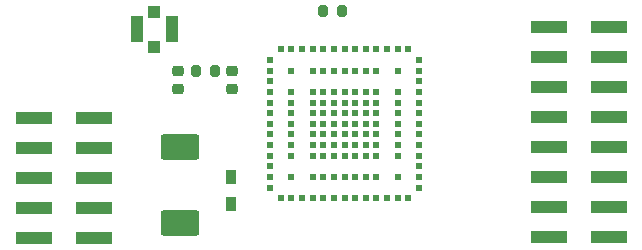
<source format=gbr>
%TF.GenerationSoftware,KiCad,Pcbnew,8.0.5*%
%TF.CreationDate,2024-10-08T13:53:17+03:00*%
%TF.ProjectId,LEXI-R422,4c455849-2d52-4343-9232-2e6b69636164,rev?*%
%TF.SameCoordinates,Original*%
%TF.FileFunction,Paste,Bot*%
%TF.FilePolarity,Positive*%
%FSLAX46Y46*%
G04 Gerber Fmt 4.6, Leading zero omitted, Abs format (unit mm)*
G04 Created by KiCad (PCBNEW 8.0.5) date 2024-10-08 13:53:17*
%MOMM*%
%LPD*%
G01*
G04 APERTURE LIST*
G04 Aperture macros list*
%AMRoundRect*
0 Rectangle with rounded corners*
0 $1 Rounding radius*
0 $2 $3 $4 $5 $6 $7 $8 $9 X,Y pos of 4 corners*
0 Add a 4 corners polygon primitive as box body*
4,1,4,$2,$3,$4,$5,$6,$7,$8,$9,$2,$3,0*
0 Add four circle primitives for the rounded corners*
1,1,$1+$1,$2,$3*
1,1,$1+$1,$4,$5*
1,1,$1+$1,$6,$7*
1,1,$1+$1,$8,$9*
0 Add four rect primitives between the rounded corners*
20,1,$1+$1,$2,$3,$4,$5,0*
20,1,$1+$1,$4,$5,$6,$7,0*
20,1,$1+$1,$6,$7,$8,$9,0*
20,1,$1+$1,$8,$9,$2,$3,0*%
G04 Aperture macros list end*
%ADD10RoundRect,0.250001X1.399999X-0.837499X1.399999X0.837499X-1.399999X0.837499X-1.399999X-0.837499X0*%
%ADD11R,1.000000X1.000000*%
%ADD12R,1.050000X2.200000*%
%ADD13R,3.150000X1.000000*%
%ADD14R,0.600000X0.600000*%
%ADD15RoundRect,0.200000X-0.200000X-0.275000X0.200000X-0.275000X0.200000X0.275000X-0.200000X0.275000X0*%
%ADD16R,0.950000X1.200000*%
%ADD17RoundRect,0.225000X-0.250000X0.225000X-0.250000X-0.225000X0.250000X-0.225000X0.250000X0.225000X0*%
G04 APERTURE END LIST*
D10*
%TO.C,C5*%
X30060000Y3292500D03*
X30060000Y9667500D03*
%TD*%
D11*
%TO.C,J12*%
X27875000Y18150000D03*
D12*
X29350000Y19650000D03*
D11*
X27875000Y21150000D03*
D12*
X26400000Y19650000D03*
%TD*%
D13*
%TO.C,J3*%
X66350000Y19840000D03*
X66350000Y17300000D03*
X66350000Y14760000D03*
X66350000Y12220000D03*
X66350000Y9680000D03*
X66350000Y7140000D03*
X66350000Y4600000D03*
X66350000Y2060000D03*
X61300000Y19840000D03*
X61300000Y17300000D03*
X61300000Y14760000D03*
X61300000Y12220000D03*
X61300000Y9680000D03*
X61300000Y7140000D03*
X61300000Y4600000D03*
X61300000Y2060000D03*
%TD*%
D14*
%TO.C,M1*%
X37700000Y17050000D03*
X37700000Y16150000D03*
X37700000Y15250000D03*
X37700000Y14350000D03*
X37700000Y13450000D03*
X37700000Y12550000D03*
X37700000Y11650000D03*
X37700000Y10750000D03*
X37700000Y9850000D03*
X37700000Y8950000D03*
X37700000Y8050000D03*
X37700000Y7150000D03*
X37700000Y6250000D03*
X38600000Y17950000D03*
X38600000Y5350000D03*
X39500000Y17950000D03*
X39500000Y16150000D03*
X39500000Y14350000D03*
X39500000Y13450000D03*
X39500000Y12550000D03*
X39500000Y11650000D03*
X39500000Y10750000D03*
X39500000Y9850000D03*
X39500000Y8950000D03*
X39500000Y7150000D03*
X39500000Y5350000D03*
X40400000Y17950000D03*
X40400000Y5350000D03*
X41300000Y17950000D03*
X41300000Y16150000D03*
X41300000Y14350000D03*
X41300000Y13450000D03*
X41300000Y12550000D03*
X41300000Y11650000D03*
X41300000Y10750000D03*
X41300000Y9850000D03*
X41300000Y8950000D03*
X41300000Y7150000D03*
X41300000Y5350000D03*
X42200000Y17950000D03*
X42200000Y16150000D03*
X42200000Y14350000D03*
X42200000Y13450000D03*
X42200000Y12550000D03*
X42200000Y11650000D03*
X42200000Y10750000D03*
X42200000Y9850000D03*
X42200000Y8950000D03*
X42200000Y7150000D03*
X42200000Y5350000D03*
X43100000Y17950000D03*
X43100000Y16150000D03*
X43100000Y14350000D03*
X43100000Y13450000D03*
X43100000Y12550000D03*
X43100000Y11650000D03*
X43100000Y10750000D03*
X43100000Y9850000D03*
X43100000Y8950000D03*
X43100000Y7150000D03*
X43100000Y5350000D03*
X44000000Y17950000D03*
X44000000Y16150000D03*
X44000000Y14350000D03*
X44000000Y13450000D03*
X44000000Y12550000D03*
X44000000Y11650000D03*
X44000000Y10750000D03*
X44000000Y9850000D03*
X44000000Y8950000D03*
X44000000Y7150000D03*
X44000000Y5350000D03*
X44900000Y17950000D03*
X44900000Y16150000D03*
X44900000Y14350000D03*
X44900000Y13450000D03*
X44900000Y12550000D03*
X44900000Y11650000D03*
X44900000Y10750000D03*
X44900000Y9850000D03*
X44900000Y8950000D03*
X44900000Y7150000D03*
X44900000Y5350000D03*
X45800000Y17950000D03*
X45800000Y16150000D03*
X45800000Y14350000D03*
X45800000Y13450000D03*
X45800000Y12550000D03*
X45800000Y11650000D03*
X45800000Y10750000D03*
X45800000Y9850000D03*
X45800000Y8950000D03*
X45800000Y7150000D03*
X45800000Y5350000D03*
X46700000Y17950000D03*
X46700000Y16150000D03*
X46700000Y14350000D03*
X46700000Y13450000D03*
X46700000Y12550000D03*
X46700000Y11650000D03*
X46700000Y10750000D03*
X46700000Y9850000D03*
X46700000Y8950000D03*
X46700000Y7150000D03*
X46700000Y5350000D03*
X47600000Y17950000D03*
X47600000Y5350000D03*
X48500000Y17950000D03*
X48500000Y16150000D03*
X48500000Y14350000D03*
X48500000Y13450000D03*
X48500000Y12550000D03*
X48500000Y11650000D03*
X48500000Y10750000D03*
X48500000Y9850000D03*
X48500000Y8950000D03*
X48500000Y7150000D03*
X48500000Y5350000D03*
X49400000Y17950000D03*
X49400000Y5350000D03*
X50300000Y17050000D03*
X50300000Y16150000D03*
X50300000Y15250000D03*
X50300000Y14350000D03*
X50300000Y13450000D03*
X50300000Y12550000D03*
X50300000Y11650000D03*
X50300000Y10750000D03*
X50300000Y9850000D03*
X50300000Y8950000D03*
X50300000Y8050000D03*
X50300000Y7150000D03*
X50300000Y6250000D03*
%TD*%
D15*
%TO.C,R4*%
X31400000Y16150000D03*
X33050000Y16150000D03*
%TD*%
%TO.C,R1*%
X42150000Y21200000D03*
X43800000Y21200000D03*
%TD*%
D16*
%TO.C,FB1*%
X34400000Y7150000D03*
X34400000Y4850000D03*
%TD*%
D13*
%TO.C,J2*%
X17700000Y1970000D03*
X17700000Y4510000D03*
X17700000Y7050000D03*
X17700000Y9590000D03*
X17700000Y12130000D03*
X22750000Y1970000D03*
X22750000Y4510000D03*
X22750000Y7050000D03*
X22750000Y9590000D03*
X22750000Y12130000D03*
%TD*%
D17*
%TO.C,C13*%
X29875000Y16150000D03*
X29875000Y14600000D03*
%TD*%
%TO.C,C14*%
X34500000Y16150000D03*
X34500000Y14600000D03*
%TD*%
M02*

</source>
